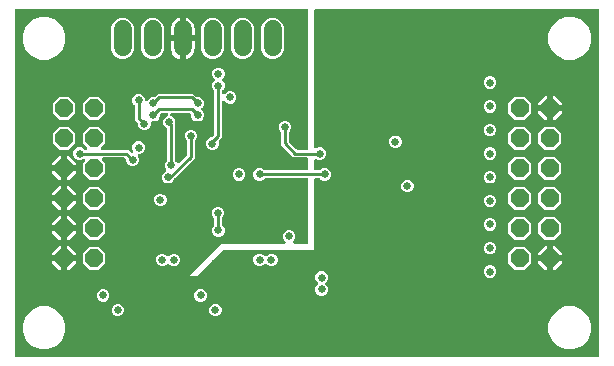
<source format=gbr>
G04 EAGLE Gerber RS-274X export*
G75*
%MOMM*%
%FSLAX34Y34*%
%LPD*%
%INBottom Copper*%
%IPPOS*%
%AMOC8*
5,1,8,0,0,1.08239X$1,22.5*%
G01*
%ADD10P,1.649562X8X292.500000*%
%ADD11P,1.649562X8X112.500000*%
%ADD12C,1.524000*%
%ADD13C,0.654800*%
%ADD14C,0.250000*%

G36*
X178017Y88751D02*
X178017Y88751D01*
X230728Y88751D01*
X230869Y88769D01*
X231010Y88783D01*
X231025Y88789D01*
X231041Y88791D01*
X231173Y88843D01*
X231306Y88892D01*
X231319Y88902D01*
X231334Y88908D01*
X231449Y88991D01*
X231565Y89072D01*
X231576Y89085D01*
X231589Y89094D01*
X231678Y89204D01*
X231771Y89312D01*
X231778Y89326D01*
X231788Y89339D01*
X231848Y89468D01*
X231910Y89595D01*
X231913Y89611D01*
X231920Y89625D01*
X231945Y89765D01*
X231974Y89904D01*
X231973Y89920D01*
X231976Y89936D01*
X231965Y90077D01*
X231958Y90219D01*
X231954Y90234D01*
X231952Y90250D01*
X231906Y90385D01*
X231864Y90520D01*
X231857Y90531D01*
X231851Y90549D01*
X231677Y90813D01*
X231633Y90853D01*
X231612Y90883D01*
X230501Y91994D01*
X229693Y93944D01*
X229693Y96056D01*
X230501Y98006D01*
X231994Y99499D01*
X233944Y100307D01*
X236056Y100307D01*
X238006Y99499D01*
X239499Y98006D01*
X240307Y96056D01*
X240307Y93944D01*
X239499Y91994D01*
X238388Y90883D01*
X238302Y90771D01*
X238212Y90661D01*
X238205Y90647D01*
X238195Y90634D01*
X238139Y90504D01*
X238080Y90375D01*
X238077Y90359D01*
X238071Y90344D01*
X238049Y90203D01*
X238024Y90064D01*
X238025Y90048D01*
X238023Y90032D01*
X238037Y89890D01*
X238048Y89750D01*
X238053Y89734D01*
X238054Y89718D01*
X238104Y89586D01*
X238149Y89451D01*
X238158Y89437D01*
X238164Y89422D01*
X238244Y89307D01*
X238323Y89187D01*
X238335Y89176D01*
X238344Y89163D01*
X238451Y89071D01*
X238557Y88976D01*
X238571Y88968D01*
X238583Y88958D01*
X238711Y88895D01*
X238836Y88829D01*
X238849Y88827D01*
X238866Y88818D01*
X239175Y88754D01*
X239235Y88757D01*
X239272Y88751D01*
X250000Y88751D01*
X250125Y88767D01*
X250250Y88776D01*
X250281Y88787D01*
X250313Y88791D01*
X250430Y88837D01*
X250549Y88878D01*
X250576Y88896D01*
X250606Y88908D01*
X250707Y88982D01*
X250813Y89051D01*
X250834Y89075D01*
X250860Y89094D01*
X250940Y89192D01*
X251024Y89285D01*
X251039Y89314D01*
X251060Y89339D01*
X251113Y89453D01*
X251171Y89565D01*
X251175Y89590D01*
X251192Y89625D01*
X251248Y89936D01*
X251245Y89975D01*
X251249Y90000D01*
X251249Y142968D01*
X251233Y143093D01*
X251224Y143218D01*
X251213Y143249D01*
X251209Y143281D01*
X251163Y143398D01*
X251122Y143517D01*
X251104Y143544D01*
X251092Y143574D01*
X251018Y143675D01*
X250949Y143781D01*
X250925Y143802D01*
X250906Y143828D01*
X250808Y143908D01*
X250715Y143992D01*
X250686Y144007D01*
X250661Y144028D01*
X250547Y144081D01*
X250436Y144139D01*
X250410Y144143D01*
X250375Y144160D01*
X250064Y144216D01*
X250025Y144213D01*
X250000Y144217D01*
X214740Y144217D01*
X214631Y144203D01*
X214521Y144198D01*
X214475Y144184D01*
X214427Y144177D01*
X214324Y144137D01*
X214220Y144104D01*
X214189Y144082D01*
X214134Y144060D01*
X213879Y143874D01*
X213867Y143859D01*
X213856Y143851D01*
X213006Y143001D01*
X211056Y142193D01*
X208944Y142193D01*
X206994Y143001D01*
X205501Y144494D01*
X204693Y146444D01*
X204693Y148556D01*
X205501Y150506D01*
X206994Y151999D01*
X208944Y152807D01*
X211056Y152807D01*
X213006Y151999D01*
X213856Y151149D01*
X213943Y151081D01*
X214025Y151008D01*
X214067Y150985D01*
X214106Y150955D01*
X214207Y150912D01*
X214304Y150861D01*
X214341Y150854D01*
X214396Y150831D01*
X214707Y150783D01*
X214727Y150785D01*
X214740Y150783D01*
X250000Y150783D01*
X250125Y150799D01*
X250250Y150808D01*
X250281Y150819D01*
X250313Y150823D01*
X250430Y150869D01*
X250549Y150910D01*
X250576Y150928D01*
X250606Y150940D01*
X250707Y151014D01*
X250813Y151083D01*
X250834Y151107D01*
X250860Y151126D01*
X250940Y151224D01*
X251024Y151317D01*
X251039Y151346D01*
X251060Y151371D01*
X251113Y151485D01*
X251171Y151596D01*
X251175Y151622D01*
X251192Y151657D01*
X251248Y151968D01*
X251245Y152007D01*
X251249Y152032D01*
X251249Y160468D01*
X251233Y160593D01*
X251224Y160718D01*
X251213Y160749D01*
X251209Y160781D01*
X251163Y160898D01*
X251122Y161017D01*
X251104Y161044D01*
X251092Y161074D01*
X251018Y161175D01*
X250949Y161281D01*
X250925Y161302D01*
X250906Y161328D01*
X250808Y161408D01*
X250715Y161492D01*
X250686Y161507D01*
X250661Y161528D01*
X250547Y161581D01*
X250436Y161639D01*
X250410Y161643D01*
X250375Y161660D01*
X250064Y161716D01*
X250025Y161713D01*
X250000Y161717D01*
X238640Y161717D01*
X228137Y172220D01*
X228137Y182760D01*
X228123Y182869D01*
X228118Y182979D01*
X228104Y183025D01*
X228097Y183073D01*
X228057Y183176D01*
X228024Y183280D01*
X228002Y183311D01*
X227980Y183366D01*
X227794Y183621D01*
X227779Y183633D01*
X227771Y183644D01*
X226921Y184494D01*
X226113Y186444D01*
X226113Y188556D01*
X226921Y190506D01*
X228414Y191999D01*
X230364Y192807D01*
X232476Y192807D01*
X234426Y191999D01*
X235919Y190506D01*
X236727Y188556D01*
X236727Y186444D01*
X235919Y184494D01*
X235069Y183644D01*
X235001Y183557D01*
X234928Y183475D01*
X234905Y183433D01*
X234875Y183394D01*
X234832Y183293D01*
X234781Y183196D01*
X234774Y183159D01*
X234751Y183104D01*
X234703Y182793D01*
X234705Y182773D01*
X234703Y182760D01*
X234703Y175457D01*
X234717Y175348D01*
X234722Y175238D01*
X234736Y175192D01*
X234743Y175144D01*
X234783Y175042D01*
X234816Y174937D01*
X234838Y174906D01*
X234860Y174851D01*
X235046Y174597D01*
X235061Y174585D01*
X235069Y174574D01*
X240994Y168649D01*
X241081Y168581D01*
X241162Y168508D01*
X241205Y168485D01*
X241243Y168455D01*
X241344Y168412D01*
X241442Y168361D01*
X241479Y168354D01*
X241533Y168331D01*
X241845Y168283D01*
X241864Y168285D01*
X241877Y168283D01*
X250000Y168283D01*
X250125Y168299D01*
X250250Y168308D01*
X250281Y168319D01*
X250313Y168323D01*
X250430Y168369D01*
X250549Y168410D01*
X250576Y168428D01*
X250606Y168440D01*
X250707Y168514D01*
X250813Y168583D01*
X250834Y168607D01*
X250860Y168626D01*
X250940Y168724D01*
X251024Y168817D01*
X251039Y168846D01*
X251060Y168871D01*
X251113Y168985D01*
X251171Y169096D01*
X251175Y169122D01*
X251192Y169157D01*
X251248Y169468D01*
X251245Y169507D01*
X251249Y169532D01*
X251249Y286210D01*
X251233Y286335D01*
X251224Y286460D01*
X251213Y286491D01*
X251209Y286523D01*
X251163Y286640D01*
X251122Y286759D01*
X251104Y286786D01*
X251092Y286816D01*
X251018Y286917D01*
X250949Y287023D01*
X250925Y287044D01*
X250906Y287070D01*
X250808Y287150D01*
X250715Y287234D01*
X250686Y287249D01*
X250661Y287270D01*
X250547Y287323D01*
X250436Y287381D01*
X250410Y287385D01*
X250375Y287402D01*
X250064Y287458D01*
X250025Y287455D01*
X250000Y287459D01*
X3790Y287459D01*
X3665Y287443D01*
X3540Y287434D01*
X3509Y287423D01*
X3477Y287419D01*
X3360Y287373D01*
X3241Y287332D01*
X3214Y287314D01*
X3184Y287302D01*
X3083Y287228D01*
X2977Y287159D01*
X2956Y287135D01*
X2930Y287116D01*
X2850Y287018D01*
X2766Y286925D01*
X2751Y286896D01*
X2730Y286871D01*
X2677Y286757D01*
X2619Y286646D01*
X2615Y286620D01*
X2598Y286585D01*
X2542Y286274D01*
X2545Y286235D01*
X2541Y286210D01*
X2541Y-6210D01*
X2557Y-6335D01*
X2566Y-6460D01*
X2577Y-6491D01*
X2581Y-6523D01*
X2627Y-6640D01*
X2668Y-6759D01*
X2686Y-6786D01*
X2698Y-6816D01*
X2772Y-6917D01*
X2841Y-7023D01*
X2865Y-7044D01*
X2884Y-7070D01*
X2982Y-7150D01*
X3075Y-7234D01*
X3104Y-7249D01*
X3129Y-7270D01*
X3243Y-7323D01*
X3354Y-7381D01*
X3380Y-7385D01*
X3415Y-7402D01*
X3726Y-7458D01*
X3765Y-7455D01*
X3790Y-7459D01*
X496210Y-7459D01*
X496335Y-7443D01*
X496460Y-7434D01*
X496491Y-7423D01*
X496523Y-7419D01*
X496640Y-7373D01*
X496759Y-7332D01*
X496786Y-7314D01*
X496816Y-7302D01*
X496917Y-7228D01*
X497023Y-7159D01*
X497044Y-7135D01*
X497070Y-7116D01*
X497150Y-7018D01*
X497234Y-6925D01*
X497249Y-6896D01*
X497270Y-6871D01*
X497323Y-6757D01*
X497381Y-6646D01*
X497385Y-6620D01*
X497402Y-6585D01*
X497458Y-6274D01*
X497455Y-6235D01*
X497459Y-6210D01*
X497459Y286210D01*
X497443Y286335D01*
X497434Y286460D01*
X497423Y286491D01*
X497419Y286523D01*
X497373Y286640D01*
X497332Y286759D01*
X497314Y286786D01*
X497302Y286816D01*
X497228Y286917D01*
X497159Y287023D01*
X497135Y287044D01*
X497116Y287070D01*
X497018Y287150D01*
X496925Y287234D01*
X496896Y287249D01*
X496871Y287270D01*
X496757Y287323D01*
X496646Y287381D01*
X496620Y287385D01*
X496585Y287402D01*
X496274Y287458D01*
X496235Y287455D01*
X496210Y287459D01*
X257500Y287459D01*
X257375Y287443D01*
X257250Y287434D01*
X257219Y287423D01*
X257187Y287419D01*
X257070Y287373D01*
X256951Y287332D01*
X256924Y287314D01*
X256894Y287302D01*
X256793Y287228D01*
X256687Y287159D01*
X256666Y287135D01*
X256640Y287116D01*
X256560Y287018D01*
X256476Y286925D01*
X256461Y286896D01*
X256440Y286871D01*
X256387Y286757D01*
X256329Y286646D01*
X256325Y286620D01*
X256308Y286585D01*
X256252Y286274D01*
X256255Y286235D01*
X256251Y286210D01*
X256251Y170670D01*
X256258Y170615D01*
X256256Y170560D01*
X256278Y170459D01*
X256291Y170357D01*
X256311Y170305D01*
X256323Y170251D01*
X256369Y170160D01*
X256408Y170064D01*
X256440Y170019D01*
X256465Y169970D01*
X256533Y169893D01*
X256594Y169809D01*
X256637Y169774D01*
X256673Y169733D01*
X256759Y169675D01*
X256839Y169610D01*
X256889Y169587D01*
X256934Y169556D01*
X257031Y169521D01*
X257125Y169478D01*
X257180Y169468D01*
X257232Y169450D01*
X257334Y169440D01*
X257436Y169422D01*
X257491Y169426D01*
X257546Y169421D01*
X257609Y169435D01*
X257750Y169446D01*
X257914Y169502D01*
X257978Y169515D01*
X259888Y170307D01*
X262000Y170307D01*
X263950Y169499D01*
X265443Y168006D01*
X266251Y166056D01*
X266251Y163944D01*
X265443Y161994D01*
X263950Y160501D01*
X262000Y159693D01*
X259888Y159693D01*
X257978Y160485D01*
X257925Y160499D01*
X257875Y160522D01*
X257773Y160540D01*
X257674Y160568D01*
X257618Y160568D01*
X257564Y160578D01*
X257461Y160570D01*
X257358Y160572D01*
X257305Y160558D01*
X257250Y160554D01*
X257152Y160521D01*
X257052Y160496D01*
X257003Y160470D01*
X256951Y160453D01*
X256865Y160396D01*
X256774Y160347D01*
X256734Y160310D01*
X256687Y160279D01*
X256618Y160203D01*
X256542Y160133D01*
X256513Y160086D01*
X256476Y160045D01*
X256428Y159954D01*
X256372Y159867D01*
X256355Y159815D01*
X256329Y159766D01*
X256318Y159702D01*
X256273Y159567D01*
X256262Y159395D01*
X256251Y159330D01*
X256251Y152032D01*
X256267Y151907D01*
X256276Y151782D01*
X256287Y151751D01*
X256291Y151719D01*
X256337Y151602D01*
X256378Y151483D01*
X256396Y151456D01*
X256408Y151426D01*
X256482Y151325D01*
X256551Y151219D01*
X256575Y151198D01*
X256594Y151172D01*
X256692Y151092D01*
X256785Y151008D01*
X256814Y150993D01*
X256839Y150972D01*
X256953Y150919D01*
X257065Y150861D01*
X257090Y150857D01*
X257125Y150840D01*
X257436Y150784D01*
X257475Y150787D01*
X257500Y150783D01*
X260260Y150783D01*
X260369Y150797D01*
X260479Y150802D01*
X260525Y150816D01*
X260573Y150823D01*
X260676Y150863D01*
X260780Y150896D01*
X260811Y150918D01*
X260866Y150940D01*
X261121Y151126D01*
X261133Y151141D01*
X261144Y151149D01*
X261994Y151999D01*
X263944Y152807D01*
X266056Y152807D01*
X268006Y151999D01*
X269499Y150506D01*
X270307Y148556D01*
X270307Y146444D01*
X269499Y144494D01*
X268006Y143001D01*
X266056Y142193D01*
X263944Y142193D01*
X261994Y143001D01*
X261144Y143851D01*
X261057Y143919D01*
X260975Y143992D01*
X260933Y144015D01*
X260894Y144045D01*
X260793Y144088D01*
X260696Y144139D01*
X260659Y144146D01*
X260604Y144169D01*
X260293Y144217D01*
X260273Y144215D01*
X260260Y144217D01*
X257500Y144217D01*
X257375Y144201D01*
X257250Y144192D01*
X257219Y144181D01*
X257187Y144177D01*
X257070Y144131D01*
X256951Y144090D01*
X256924Y144072D01*
X256894Y144060D01*
X256793Y143986D01*
X256687Y143917D01*
X256666Y143893D01*
X256640Y143874D01*
X256560Y143776D01*
X256476Y143683D01*
X256461Y143654D01*
X256440Y143629D01*
X256387Y143515D01*
X256329Y143404D01*
X256325Y143378D01*
X256308Y143343D01*
X256252Y143032D01*
X256255Y142993D01*
X256251Y142968D01*
X256251Y83749D01*
X180000Y83749D01*
X179891Y83735D01*
X179781Y83730D01*
X179735Y83716D01*
X179687Y83709D01*
X179585Y83669D01*
X179480Y83636D01*
X179449Y83614D01*
X179394Y83592D01*
X179140Y83406D01*
X179132Y83397D01*
X179126Y83393D01*
X179122Y83387D01*
X179117Y83383D01*
X156983Y61249D01*
X151249Y61249D01*
X151249Y61983D01*
X178017Y88751D01*
G37*
%LPC*%
G36*
X131444Y139693D02*
X131444Y139693D01*
X129494Y140501D01*
X128001Y141994D01*
X127193Y143944D01*
X127193Y146056D01*
X128001Y148006D01*
X129494Y149499D01*
X130243Y149809D01*
X130291Y149837D01*
X130343Y149856D01*
X130428Y149915D01*
X130517Y149966D01*
X130557Y150004D01*
X130602Y150036D01*
X130669Y150114D01*
X130743Y150186D01*
X130772Y150233D01*
X130808Y150275D01*
X130853Y150368D01*
X130907Y150456D01*
X130922Y150509D01*
X130947Y150558D01*
X130968Y150659D01*
X130997Y150758D01*
X131000Y150813D01*
X131011Y150867D01*
X131006Y150970D01*
X131010Y151073D01*
X130998Y151127D01*
X130995Y151182D01*
X130964Y151281D01*
X130942Y151381D01*
X130917Y151431D01*
X130901Y151483D01*
X130864Y151537D01*
X130800Y151663D01*
X130686Y151793D01*
X130648Y151847D01*
X130493Y152002D01*
X129685Y153952D01*
X129685Y156063D01*
X130493Y158014D01*
X131344Y158864D01*
X131411Y158951D01*
X131485Y159032D01*
X131507Y159075D01*
X131537Y159113D01*
X131580Y159215D01*
X131631Y159312D01*
X131638Y159349D01*
X131661Y159403D01*
X131709Y159715D01*
X131707Y159734D01*
X131709Y159747D01*
X131709Y185812D01*
X131705Y185851D01*
X131707Y185890D01*
X131685Y186007D01*
X131670Y186125D01*
X131655Y186161D01*
X131648Y186200D01*
X131597Y186307D01*
X131553Y186418D01*
X131530Y186450D01*
X131513Y186485D01*
X131436Y186576D01*
X131366Y186672D01*
X131336Y186697D01*
X131311Y186727D01*
X131256Y186763D01*
X131122Y186872D01*
X130993Y186931D01*
X130938Y186966D01*
X130438Y187173D01*
X128945Y188666D01*
X128137Y190617D01*
X128137Y192728D01*
X128945Y194678D01*
X130438Y196171D01*
X131990Y196814D01*
X132051Y196849D01*
X132118Y196876D01*
X132188Y196927D01*
X132264Y196970D01*
X132315Y197020D01*
X132372Y197062D01*
X132427Y197130D01*
X132489Y197191D01*
X132526Y197251D01*
X132571Y197307D01*
X132608Y197386D01*
X132653Y197460D01*
X132673Y197529D01*
X132703Y197593D01*
X132719Y197679D01*
X132744Y197763D01*
X132747Y197834D01*
X132759Y197904D01*
X132753Y197991D01*
X132756Y198078D01*
X132741Y198147D01*
X132735Y198218D01*
X132707Y198301D01*
X132689Y198386D01*
X132657Y198450D01*
X132634Y198517D01*
X132586Y198590D01*
X132546Y198668D01*
X132499Y198721D01*
X132460Y198781D01*
X132396Y198839D01*
X132338Y198905D01*
X132279Y198945D01*
X132227Y198992D01*
X132149Y199033D01*
X132077Y199082D01*
X132010Y199106D01*
X131947Y199139D01*
X131888Y199150D01*
X131780Y199188D01*
X131567Y199207D01*
X131512Y199217D01*
X126877Y199217D01*
X126768Y199203D01*
X126658Y199198D01*
X126612Y199184D01*
X126564Y199177D01*
X126462Y199137D01*
X126357Y199104D01*
X126326Y199082D01*
X126271Y199060D01*
X126017Y198874D01*
X126005Y198859D01*
X125994Y198851D01*
X125673Y198530D01*
X125605Y198443D01*
X125532Y198362D01*
X125509Y198319D01*
X125479Y198281D01*
X125436Y198180D01*
X125385Y198082D01*
X125378Y198045D01*
X125355Y197991D01*
X125307Y197679D01*
X125309Y197660D01*
X125307Y197647D01*
X125307Y196444D01*
X124499Y194494D01*
X123006Y193001D01*
X121056Y192193D01*
X119056Y192193D01*
X118931Y192177D01*
X118806Y192168D01*
X118775Y192157D01*
X118743Y192153D01*
X118626Y192107D01*
X118507Y192066D01*
X118480Y192048D01*
X118450Y192036D01*
X118349Y191962D01*
X118243Y191893D01*
X118222Y191869D01*
X118196Y191850D01*
X118116Y191752D01*
X118032Y191659D01*
X118017Y191630D01*
X117996Y191605D01*
X117943Y191491D01*
X117885Y191380D01*
X117881Y191354D01*
X117864Y191319D01*
X117808Y191008D01*
X117811Y190969D01*
X117807Y190944D01*
X117807Y188944D01*
X116999Y186994D01*
X115506Y185501D01*
X113556Y184693D01*
X111444Y184693D01*
X109494Y185501D01*
X108001Y186994D01*
X107193Y188944D01*
X107193Y190147D01*
X107179Y190256D01*
X107174Y190366D01*
X107160Y190412D01*
X107153Y190460D01*
X107113Y190562D01*
X107080Y190667D01*
X107058Y190698D01*
X107036Y190753D01*
X106850Y191007D01*
X106835Y191019D01*
X106827Y191030D01*
X104217Y193640D01*
X104217Y205260D01*
X104203Y205369D01*
X104198Y205479D01*
X104184Y205525D01*
X104177Y205573D01*
X104137Y205676D01*
X104104Y205780D01*
X104082Y205811D01*
X104060Y205866D01*
X103874Y206121D01*
X103859Y206133D01*
X103851Y206144D01*
X103001Y206994D01*
X102193Y208944D01*
X102193Y211056D01*
X103001Y213006D01*
X104494Y214499D01*
X106444Y215307D01*
X108556Y215307D01*
X110506Y214499D01*
X111999Y213006D01*
X112807Y211056D01*
X112807Y210281D01*
X112816Y210211D01*
X112815Y210140D01*
X112836Y210055D01*
X112847Y209968D01*
X112873Y209902D01*
X112890Y209833D01*
X112931Y209756D01*
X112964Y209675D01*
X113006Y209618D01*
X113039Y209555D01*
X113099Y209491D01*
X113150Y209421D01*
X113205Y209376D01*
X113254Y209324D01*
X113327Y209277D01*
X113395Y209222D01*
X113459Y209192D01*
X113519Y209153D01*
X113602Y209126D01*
X113681Y209090D01*
X113751Y209077D01*
X113819Y209055D01*
X113906Y209049D01*
X113992Y209034D01*
X114063Y209039D01*
X114134Y209035D01*
X114219Y209051D01*
X114306Y209058D01*
X114374Y209081D01*
X114444Y209094D01*
X114522Y209131D01*
X114605Y209159D01*
X114665Y209198D01*
X114729Y209229D01*
X114796Y209285D01*
X114869Y209333D01*
X114917Y209386D01*
X114971Y209431D01*
X115004Y209482D01*
X115080Y209566D01*
X115180Y209756D01*
X115210Y209803D01*
X115501Y210506D01*
X116994Y211999D01*
X118944Y212807D01*
X120147Y212807D01*
X120256Y212821D01*
X120366Y212826D01*
X120412Y212840D01*
X120460Y212847D01*
X120562Y212887D01*
X120667Y212920D01*
X120698Y212942D01*
X120753Y212964D01*
X121007Y213150D01*
X121019Y213165D01*
X121030Y213173D01*
X123640Y215783D01*
X153860Y215783D01*
X156470Y213173D01*
X156557Y213105D01*
X156638Y213032D01*
X156681Y213009D01*
X156719Y212979D01*
X156820Y212936D01*
X156918Y212885D01*
X156955Y212878D01*
X157009Y212855D01*
X157321Y212807D01*
X157340Y212809D01*
X157353Y212807D01*
X158556Y212807D01*
X160506Y211999D01*
X161999Y210506D01*
X162807Y208556D01*
X162807Y206444D01*
X161999Y204494D01*
X160888Y203383D01*
X160811Y203284D01*
X160729Y203188D01*
X160715Y203159D01*
X160695Y203134D01*
X160645Y203018D01*
X160590Y202905D01*
X160583Y202874D01*
X160571Y202844D01*
X160551Y202719D01*
X160526Y202596D01*
X160528Y202564D01*
X160523Y202532D01*
X160535Y202407D01*
X160542Y202281D01*
X160551Y202250D01*
X160554Y202218D01*
X160598Y202100D01*
X160636Y201980D01*
X160650Y201959D01*
X160664Y201922D01*
X160844Y201663D01*
X160873Y201638D01*
X160888Y201617D01*
X161999Y200506D01*
X162807Y198556D01*
X162807Y196444D01*
X161999Y194494D01*
X160506Y193001D01*
X158556Y192193D01*
X156444Y192193D01*
X154494Y193001D01*
X153001Y194494D01*
X152193Y196444D01*
X152193Y197647D01*
X152179Y197756D01*
X152174Y197866D01*
X152160Y197912D01*
X152153Y197960D01*
X152113Y198062D01*
X152080Y198167D01*
X152058Y198198D01*
X152036Y198253D01*
X151850Y198507D01*
X151835Y198519D01*
X151827Y198530D01*
X151506Y198851D01*
X151419Y198919D01*
X151338Y198992D01*
X151295Y199015D01*
X151257Y199045D01*
X151156Y199088D01*
X151058Y199139D01*
X151021Y199146D01*
X150967Y199169D01*
X150655Y199217D01*
X150636Y199215D01*
X150623Y199217D01*
X135376Y199217D01*
X135306Y199208D01*
X135235Y199209D01*
X135150Y199188D01*
X135063Y199177D01*
X134997Y199151D01*
X134928Y199134D01*
X134851Y199093D01*
X134770Y199060D01*
X134713Y199018D01*
X134650Y198985D01*
X134586Y198925D01*
X134516Y198874D01*
X134471Y198819D01*
X134419Y198770D01*
X134372Y198697D01*
X134316Y198629D01*
X134287Y198565D01*
X134248Y198505D01*
X134221Y198422D01*
X134185Y198343D01*
X134172Y198273D01*
X134150Y198205D01*
X134144Y198118D01*
X134129Y198032D01*
X134134Y197961D01*
X134130Y197890D01*
X134146Y197805D01*
X134152Y197718D01*
X134175Y197650D01*
X134189Y197580D01*
X134226Y197502D01*
X134254Y197419D01*
X134293Y197359D01*
X134324Y197295D01*
X134380Y197228D01*
X134428Y197155D01*
X134480Y197108D01*
X134526Y197053D01*
X134577Y197020D01*
X134661Y196944D01*
X134851Y196844D01*
X134898Y196814D01*
X136450Y196171D01*
X137943Y194678D01*
X138751Y192728D01*
X138751Y190617D01*
X138370Y189698D01*
X138364Y189676D01*
X138353Y189655D01*
X138343Y189600D01*
X138287Y189393D01*
X138286Y189279D01*
X138275Y189220D01*
X138275Y159747D01*
X138289Y159638D01*
X138294Y159529D01*
X138309Y159482D01*
X138315Y159434D01*
X138356Y159332D01*
X138388Y159227D01*
X138410Y159197D01*
X138432Y159141D01*
X138618Y158887D01*
X138633Y158875D01*
X138641Y158864D01*
X139491Y158014D01*
X139694Y157523D01*
X139722Y157475D01*
X139741Y157424D01*
X139800Y157339D01*
X139851Y157249D01*
X139889Y157210D01*
X139921Y157165D01*
X139999Y157097D01*
X140071Y157024D01*
X140118Y156995D01*
X140160Y156959D01*
X140252Y156913D01*
X140341Y156860D01*
X140394Y156844D01*
X140443Y156820D01*
X140544Y156799D01*
X140643Y156769D01*
X140698Y156767D01*
X140752Y156756D01*
X140855Y156761D01*
X140958Y156757D01*
X141012Y156769D01*
X141067Y156771D01*
X141166Y156802D01*
X141266Y156824D01*
X141316Y156849D01*
X141368Y156866D01*
X141422Y156903D01*
X141548Y156966D01*
X141678Y157081D01*
X141732Y157118D01*
X148107Y163494D01*
X148175Y163581D01*
X148249Y163662D01*
X148271Y163705D01*
X148301Y163743D01*
X148344Y163844D01*
X148395Y163942D01*
X148402Y163979D01*
X148425Y164033D01*
X148473Y164345D01*
X148471Y164364D01*
X148473Y164377D01*
X148473Y175260D01*
X148459Y175369D01*
X148454Y175479D01*
X148440Y175525D01*
X148433Y175573D01*
X148393Y175676D01*
X148360Y175780D01*
X148339Y175811D01*
X148317Y175866D01*
X148130Y176121D01*
X148115Y176133D01*
X148107Y176144D01*
X147257Y176994D01*
X146449Y178944D01*
X146449Y181056D01*
X147257Y183006D01*
X148750Y184499D01*
X150700Y185307D01*
X152812Y185307D01*
X154762Y184499D01*
X156255Y183006D01*
X157063Y181056D01*
X157063Y178944D01*
X156255Y176994D01*
X155405Y176144D01*
X155337Y176057D01*
X155264Y175975D01*
X155241Y175933D01*
X155212Y175894D01*
X155168Y175793D01*
X155117Y175696D01*
X155111Y175659D01*
X155087Y175604D01*
X155039Y175293D01*
X155041Y175273D01*
X155039Y175260D01*
X155039Y161140D01*
X152750Y158851D01*
X137957Y144058D01*
X137943Y144040D01*
X137925Y144025D01*
X137895Y143978D01*
X137764Y143809D01*
X137718Y143704D01*
X137686Y143653D01*
X136999Y141994D01*
X135506Y140501D01*
X133556Y139693D01*
X131444Y139693D01*
G37*
%LPD*%
%LPC*%
G36*
X65752Y143047D02*
X65752Y143047D01*
X60097Y148702D01*
X60097Y156698D01*
X61859Y158460D01*
X61903Y158516D01*
X61954Y158566D01*
X61999Y158641D01*
X62052Y158710D01*
X62081Y158775D01*
X62117Y158836D01*
X62143Y158920D01*
X62177Y159000D01*
X62188Y159070D01*
X62208Y159138D01*
X62212Y159225D01*
X62225Y159312D01*
X62218Y159382D01*
X62220Y159454D01*
X62202Y159539D01*
X62193Y159625D01*
X62168Y159692D01*
X62153Y159762D01*
X62114Y159840D01*
X62084Y159921D01*
X62043Y159980D01*
X62011Y160043D01*
X61953Y160109D01*
X61904Y160180D01*
X61849Y160227D01*
X61803Y160280D01*
X61730Y160329D01*
X61664Y160386D01*
X61600Y160418D01*
X61542Y160458D01*
X61459Y160487D01*
X61381Y160525D01*
X61312Y160540D01*
X61244Y160564D01*
X61158Y160572D01*
X61072Y160589D01*
X61001Y160586D01*
X60930Y160592D01*
X60871Y160579D01*
X60757Y160574D01*
X60553Y160510D01*
X60498Y160498D01*
X58556Y159693D01*
X56444Y159693D01*
X54494Y160501D01*
X53001Y161994D01*
X52193Y163944D01*
X52193Y166056D01*
X53001Y168006D01*
X54494Y169499D01*
X56444Y170307D01*
X58556Y170307D01*
X60506Y169499D01*
X61356Y168649D01*
X61443Y168581D01*
X61525Y168508D01*
X61567Y168485D01*
X61606Y168455D01*
X61707Y168412D01*
X61804Y168361D01*
X61841Y168354D01*
X61896Y168331D01*
X62207Y168283D01*
X62227Y168285D01*
X62240Y168283D01*
X62900Y168283D01*
X63041Y168301D01*
X63182Y168315D01*
X63197Y168321D01*
X63213Y168323D01*
X63345Y168375D01*
X63478Y168424D01*
X63491Y168434D01*
X63506Y168440D01*
X63621Y168524D01*
X63737Y168604D01*
X63748Y168617D01*
X63761Y168626D01*
X63851Y168736D01*
X63943Y168844D01*
X63950Y168858D01*
X63960Y168871D01*
X64020Y169000D01*
X64082Y169127D01*
X64085Y169143D01*
X64092Y169157D01*
X64117Y169297D01*
X64146Y169436D01*
X64145Y169452D01*
X64148Y169468D01*
X64137Y169609D01*
X64130Y169751D01*
X64125Y169766D01*
X64124Y169782D01*
X64078Y169917D01*
X64036Y170052D01*
X64029Y170063D01*
X64022Y170081D01*
X63849Y170345D01*
X63805Y170385D01*
X63784Y170415D01*
X60097Y174102D01*
X60097Y182098D01*
X65752Y187753D01*
X73748Y187753D01*
X79403Y182098D01*
X79403Y174102D01*
X75716Y170415D01*
X75630Y170303D01*
X75540Y170193D01*
X75533Y170179D01*
X75523Y170166D01*
X75467Y170035D01*
X75408Y169907D01*
X75405Y169891D01*
X75399Y169876D01*
X75377Y169735D01*
X75352Y169596D01*
X75353Y169580D01*
X75351Y169564D01*
X75365Y169422D01*
X75376Y169282D01*
X75381Y169266D01*
X75383Y169250D01*
X75432Y169117D01*
X75478Y168983D01*
X75486Y168969D01*
X75492Y168954D01*
X75573Y168838D01*
X75651Y168719D01*
X75663Y168708D01*
X75672Y168695D01*
X75779Y168603D01*
X75885Y168508D01*
X75899Y168500D01*
X75911Y168490D01*
X76038Y168427D01*
X76164Y168361D01*
X76177Y168359D01*
X76194Y168350D01*
X76503Y168286D01*
X76563Y168289D01*
X76600Y168283D01*
X98554Y168283D01*
X100794Y166043D01*
X100850Y165999D01*
X100900Y165948D01*
X100974Y165903D01*
X101043Y165850D01*
X101109Y165821D01*
X101170Y165785D01*
X101253Y165759D01*
X101333Y165725D01*
X101404Y165714D01*
X101472Y165694D01*
X101559Y165690D01*
X101645Y165677D01*
X101716Y165684D01*
X101787Y165682D01*
X101872Y165700D01*
X101959Y165709D01*
X102026Y165734D01*
X102095Y165749D01*
X102173Y165788D01*
X102255Y165818D01*
X102313Y165859D01*
X102377Y165891D01*
X102442Y165949D01*
X102514Y165998D01*
X102560Y166052D01*
X102614Y166099D01*
X102663Y166172D01*
X102720Y166238D01*
X102751Y166301D01*
X102791Y166360D01*
X102820Y166443D01*
X102859Y166521D01*
X102873Y166590D01*
X102897Y166658D01*
X102905Y166744D01*
X102923Y166830D01*
X102919Y166901D01*
X102926Y166972D01*
X102913Y167030D01*
X102907Y167145D01*
X102843Y167349D01*
X102831Y167404D01*
X102193Y168944D01*
X102193Y171056D01*
X103001Y173006D01*
X104494Y174499D01*
X106444Y175307D01*
X108556Y175307D01*
X110506Y174499D01*
X111999Y173006D01*
X112807Y171056D01*
X112807Y168944D01*
X111999Y166994D01*
X110506Y165501D01*
X108556Y164693D01*
X108022Y164693D01*
X107881Y164675D01*
X107739Y164661D01*
X107724Y164655D01*
X107709Y164653D01*
X107576Y164601D01*
X107443Y164551D01*
X107430Y164542D01*
X107416Y164536D01*
X107301Y164452D01*
X107184Y164371D01*
X107174Y164359D01*
X107161Y164350D01*
X107071Y164240D01*
X106979Y164132D01*
X106972Y164118D01*
X106962Y164105D01*
X106902Y163976D01*
X106840Y163849D01*
X106836Y163833D01*
X106830Y163819D01*
X106805Y163679D01*
X106776Y163540D01*
X106777Y163524D01*
X106774Y163508D01*
X106785Y163366D01*
X106792Y163225D01*
X106796Y163210D01*
X106798Y163194D01*
X106844Y163059D01*
X106886Y162924D01*
X106893Y162913D01*
X106899Y162895D01*
X106950Y162818D01*
X107807Y160750D01*
X107807Y158638D01*
X106999Y156688D01*
X105506Y155195D01*
X103556Y154387D01*
X101444Y154387D01*
X99494Y155195D01*
X98001Y156688D01*
X97193Y158638D01*
X97193Y159841D01*
X97179Y159950D01*
X97174Y160060D01*
X97160Y160106D01*
X97153Y160154D01*
X97113Y160256D01*
X97080Y160361D01*
X97058Y160392D01*
X97036Y160447D01*
X96850Y160701D01*
X96835Y160713D01*
X96827Y160724D01*
X96200Y161351D01*
X96113Y161419D01*
X96032Y161492D01*
X95989Y161515D01*
X95951Y161545D01*
X95850Y161588D01*
X95752Y161639D01*
X95715Y161646D01*
X95661Y161669D01*
X95349Y161717D01*
X95330Y161715D01*
X95317Y161717D01*
X77400Y161717D01*
X77259Y161699D01*
X77118Y161685D01*
X77103Y161679D01*
X77087Y161677D01*
X76955Y161625D01*
X76822Y161576D01*
X76809Y161566D01*
X76794Y161560D01*
X76679Y161476D01*
X76563Y161396D01*
X76552Y161383D01*
X76539Y161374D01*
X76449Y161264D01*
X76357Y161156D01*
X76350Y161142D01*
X76340Y161129D01*
X76280Y161000D01*
X76218Y160873D01*
X76215Y160857D01*
X76208Y160843D01*
X76183Y160703D01*
X76154Y160564D01*
X76155Y160548D01*
X76152Y160532D01*
X76163Y160391D01*
X76170Y160249D01*
X76175Y160234D01*
X76176Y160218D01*
X76222Y160083D01*
X76264Y159948D01*
X76271Y159937D01*
X76278Y159919D01*
X76451Y159655D01*
X76495Y159615D01*
X76516Y159585D01*
X79403Y156698D01*
X79403Y148702D01*
X73748Y143047D01*
X65752Y143047D01*
G37*
%LPD*%
%LPC*%
G36*
X468911Y244459D02*
X468911Y244459D01*
X462281Y247206D01*
X457206Y252281D01*
X454459Y258911D01*
X454459Y266089D01*
X457206Y272719D01*
X462281Y277794D01*
X468911Y280541D01*
X476089Y280541D01*
X482719Y277794D01*
X487794Y272719D01*
X490541Y266089D01*
X490541Y258911D01*
X487794Y252281D01*
X482719Y247206D01*
X476089Y244459D01*
X468911Y244459D01*
G37*
%LPD*%
%LPC*%
G36*
X23911Y244459D02*
X23911Y244459D01*
X17281Y247206D01*
X12206Y252281D01*
X9459Y258911D01*
X9459Y266089D01*
X12206Y272719D01*
X17281Y277794D01*
X23911Y280541D01*
X31089Y280541D01*
X37719Y277794D01*
X42794Y272719D01*
X45541Y266089D01*
X45541Y258911D01*
X42794Y252281D01*
X37719Y247206D01*
X31089Y244459D01*
X23911Y244459D01*
G37*
%LPD*%
%LPC*%
G36*
X23911Y-541D02*
X23911Y-541D01*
X17281Y2206D01*
X12206Y7281D01*
X9459Y13911D01*
X9459Y21089D01*
X12206Y27719D01*
X17281Y32794D01*
X23911Y35541D01*
X31089Y35541D01*
X37719Y32794D01*
X42794Y27719D01*
X45541Y21089D01*
X45541Y13911D01*
X42794Y7281D01*
X37719Y2206D01*
X31089Y-541D01*
X23911Y-541D01*
G37*
%LPD*%
%LPC*%
G36*
X468911Y-541D02*
X468911Y-541D01*
X462281Y2206D01*
X457206Y7281D01*
X454459Y13911D01*
X454459Y21089D01*
X457206Y27719D01*
X462281Y32794D01*
X468911Y35541D01*
X476089Y35541D01*
X482719Y32794D01*
X487794Y27719D01*
X490541Y21089D01*
X490541Y13911D01*
X487794Y7281D01*
X482719Y2206D01*
X476089Y-541D01*
X468911Y-541D01*
G37*
%LPD*%
%LPC*%
G36*
X168944Y168137D02*
X168944Y168137D01*
X166994Y168945D01*
X165501Y170438D01*
X164693Y172388D01*
X164693Y174500D01*
X165501Y176450D01*
X166994Y177943D01*
X168994Y178771D01*
X169014Y178783D01*
X169036Y178790D01*
X169073Y178815D01*
X169125Y178836D01*
X169188Y178882D01*
X169268Y178928D01*
X169322Y178981D01*
X169379Y179022D01*
X169390Y179035D01*
X169400Y179042D01*
X171351Y180994D01*
X171419Y181081D01*
X171492Y181162D01*
X171515Y181205D01*
X171545Y181243D01*
X171588Y181344D01*
X171639Y181442D01*
X171646Y181479D01*
X171669Y181533D01*
X171717Y181845D01*
X171715Y181864D01*
X171717Y181877D01*
X171717Y217760D01*
X171703Y217869D01*
X171698Y217979D01*
X171684Y218025D01*
X171677Y218073D01*
X171637Y218176D01*
X171604Y218280D01*
X171582Y218311D01*
X171560Y218366D01*
X171374Y218621D01*
X171359Y218633D01*
X171351Y218644D01*
X170501Y219494D01*
X169693Y221444D01*
X169693Y223556D01*
X170501Y225506D01*
X171612Y226617D01*
X171689Y226716D01*
X171771Y226812D01*
X171785Y226841D01*
X171805Y226866D01*
X171855Y226982D01*
X171910Y227095D01*
X171917Y227126D01*
X171929Y227156D01*
X171949Y227281D01*
X171974Y227404D01*
X171972Y227436D01*
X171977Y227468D01*
X171965Y227593D01*
X171958Y227719D01*
X171949Y227750D01*
X171946Y227782D01*
X171902Y227900D01*
X171864Y228020D01*
X171850Y228041D01*
X171836Y228078D01*
X171656Y228337D01*
X171627Y228362D01*
X171612Y228383D01*
X170501Y229494D01*
X169693Y231444D01*
X169693Y233556D01*
X170501Y235506D01*
X171994Y236999D01*
X173944Y237807D01*
X176056Y237807D01*
X178006Y236999D01*
X179499Y235506D01*
X180307Y233556D01*
X180307Y231444D01*
X179499Y229494D01*
X178388Y228383D01*
X178311Y228284D01*
X178229Y228188D01*
X178215Y228159D01*
X178195Y228134D01*
X178145Y228018D01*
X178090Y227905D01*
X178083Y227874D01*
X178071Y227844D01*
X178051Y227719D01*
X178026Y227596D01*
X178028Y227564D01*
X178023Y227532D01*
X178035Y227407D01*
X178042Y227281D01*
X178051Y227250D01*
X178054Y227218D01*
X178098Y227100D01*
X178136Y226980D01*
X178150Y226959D01*
X178164Y226922D01*
X178344Y226663D01*
X178373Y226638D01*
X178388Y226617D01*
X179499Y225506D01*
X180307Y223556D01*
X180307Y221444D01*
X179499Y219494D01*
X178649Y218644D01*
X178581Y218557D01*
X178508Y218475D01*
X178485Y218433D01*
X178455Y218394D01*
X178412Y218293D01*
X178361Y218196D01*
X178354Y218159D01*
X178331Y218104D01*
X178283Y217793D01*
X178285Y217773D01*
X178283Y217760D01*
X178283Y216304D01*
X178301Y216163D01*
X178315Y216022D01*
X178321Y216007D01*
X178323Y215991D01*
X178375Y215859D01*
X178424Y215726D01*
X178434Y215713D01*
X178440Y215698D01*
X178523Y215583D01*
X178604Y215467D01*
X178617Y215456D01*
X178626Y215443D01*
X178736Y215353D01*
X178844Y215261D01*
X178858Y215254D01*
X178871Y215244D01*
X179000Y215184D01*
X179127Y215122D01*
X179143Y215119D01*
X179157Y215112D01*
X179297Y215087D01*
X179436Y215058D01*
X179452Y215059D01*
X179468Y215056D01*
X179609Y215067D01*
X179751Y215074D01*
X179766Y215078D01*
X179782Y215080D01*
X179917Y215125D01*
X180052Y215168D01*
X180063Y215175D01*
X180081Y215181D01*
X180345Y215355D01*
X180385Y215399D01*
X180415Y215420D01*
X181994Y216999D01*
X183944Y217807D01*
X186056Y217807D01*
X188006Y216999D01*
X189499Y215506D01*
X190307Y213556D01*
X190307Y211444D01*
X189499Y209494D01*
X188006Y208001D01*
X186056Y207193D01*
X183944Y207193D01*
X181994Y208001D01*
X180415Y209580D01*
X180303Y209666D01*
X180303Y209667D01*
X180282Y209685D01*
X180276Y209689D01*
X180193Y209756D01*
X180179Y209763D01*
X180166Y209773D01*
X180036Y209829D01*
X179907Y209888D01*
X179891Y209891D01*
X179876Y209897D01*
X179735Y209919D01*
X179596Y209944D01*
X179580Y209943D01*
X179564Y209945D01*
X179423Y209931D01*
X179282Y209920D01*
X179266Y209915D01*
X179250Y209914D01*
X179118Y209865D01*
X178983Y209819D01*
X178969Y209810D01*
X178954Y209804D01*
X178839Y209724D01*
X178719Y209645D01*
X178708Y209633D01*
X178695Y209624D01*
X178603Y209517D01*
X178508Y209411D01*
X178500Y209397D01*
X178490Y209385D01*
X178427Y209258D01*
X178361Y209132D01*
X178359Y209119D01*
X178350Y209102D01*
X178286Y208793D01*
X178289Y208749D01*
X178284Y208725D01*
X178285Y208711D01*
X178283Y208696D01*
X178283Y178640D01*
X175556Y175913D01*
X175532Y175882D01*
X175503Y175857D01*
X175436Y175758D01*
X175363Y175664D01*
X175347Y175628D01*
X175325Y175596D01*
X175285Y175484D01*
X175238Y175374D01*
X175232Y175335D01*
X175219Y175299D01*
X175208Y175180D01*
X175190Y175062D01*
X175194Y175023D01*
X175191Y174984D01*
X175205Y174920D01*
X175222Y174748D01*
X175271Y174616D01*
X175285Y174552D01*
X175307Y174499D01*
X175307Y172388D01*
X174499Y170438D01*
X173006Y168945D01*
X171056Y168137D01*
X168944Y168137D01*
G37*
%LPD*%
%LPC*%
G36*
X219080Y245227D02*
X219080Y245227D01*
X215532Y246697D01*
X212817Y249412D01*
X211347Y252960D01*
X211347Y272040D01*
X212817Y275588D01*
X215532Y278303D01*
X219080Y279773D01*
X222920Y279773D01*
X226468Y278303D01*
X229183Y275588D01*
X230653Y272040D01*
X230653Y252960D01*
X229183Y249412D01*
X226468Y246697D01*
X222920Y245227D01*
X219080Y245227D01*
G37*
%LPD*%
%LPC*%
G36*
X193680Y245227D02*
X193680Y245227D01*
X190132Y246697D01*
X187417Y249412D01*
X185947Y252960D01*
X185947Y272040D01*
X187417Y275588D01*
X190132Y278303D01*
X193680Y279773D01*
X197520Y279773D01*
X201068Y278303D01*
X203783Y275588D01*
X205253Y272040D01*
X205253Y252960D01*
X203783Y249412D01*
X201068Y246697D01*
X197520Y245227D01*
X193680Y245227D01*
G37*
%LPD*%
%LPC*%
G36*
X117480Y245227D02*
X117480Y245227D01*
X113932Y246697D01*
X111217Y249412D01*
X109747Y252960D01*
X109747Y272040D01*
X111217Y275588D01*
X113932Y278303D01*
X117480Y279773D01*
X121320Y279773D01*
X124868Y278303D01*
X127583Y275588D01*
X129053Y272040D01*
X129053Y252960D01*
X127583Y249412D01*
X124868Y246697D01*
X121320Y245227D01*
X117480Y245227D01*
G37*
%LPD*%
%LPC*%
G36*
X168280Y245227D02*
X168280Y245227D01*
X164732Y246697D01*
X162017Y249412D01*
X160547Y252960D01*
X160547Y272040D01*
X162017Y275588D01*
X164732Y278303D01*
X168280Y279773D01*
X172120Y279773D01*
X175668Y278303D01*
X178383Y275588D01*
X179853Y272040D01*
X179853Y252960D01*
X178383Y249412D01*
X175668Y246697D01*
X172120Y245227D01*
X168280Y245227D01*
G37*
%LPD*%
%LPC*%
G36*
X92080Y245227D02*
X92080Y245227D01*
X88532Y246697D01*
X85817Y249412D01*
X84347Y252960D01*
X84347Y272040D01*
X85817Y275588D01*
X88532Y278303D01*
X92080Y279773D01*
X95920Y279773D01*
X99468Y278303D01*
X102183Y275588D01*
X103653Y272040D01*
X103653Y252960D01*
X102183Y249412D01*
X99468Y246697D01*
X95920Y245227D01*
X92080Y245227D01*
G37*
%LPD*%
%LPC*%
G36*
X40352Y168447D02*
X40352Y168447D01*
X34697Y174102D01*
X34697Y182098D01*
X40352Y187753D01*
X48348Y187753D01*
X54003Y182098D01*
X54003Y174102D01*
X48348Y168447D01*
X40352Y168447D01*
G37*
%LPD*%
%LPC*%
G36*
X451652Y117647D02*
X451652Y117647D01*
X445997Y123302D01*
X445997Y131298D01*
X451652Y136953D01*
X459648Y136953D01*
X465303Y131298D01*
X465303Y123302D01*
X459648Y117647D01*
X451652Y117647D01*
G37*
%LPD*%
%LPC*%
G36*
X426252Y168447D02*
X426252Y168447D01*
X420597Y174102D01*
X420597Y182098D01*
X426252Y187753D01*
X434248Y187753D01*
X439903Y182098D01*
X439903Y174102D01*
X434248Y168447D01*
X426252Y168447D01*
G37*
%LPD*%
%LPC*%
G36*
X451652Y168447D02*
X451652Y168447D01*
X445997Y174102D01*
X445997Y182098D01*
X451652Y187753D01*
X459648Y187753D01*
X465303Y182098D01*
X465303Y174102D01*
X459648Y168447D01*
X451652Y168447D01*
G37*
%LPD*%
%LPC*%
G36*
X426252Y143047D02*
X426252Y143047D01*
X420597Y148702D01*
X420597Y156698D01*
X426252Y162353D01*
X434248Y162353D01*
X439903Y156698D01*
X439903Y148702D01*
X434248Y143047D01*
X426252Y143047D01*
G37*
%LPD*%
%LPC*%
G36*
X451652Y143047D02*
X451652Y143047D01*
X445997Y148702D01*
X445997Y156698D01*
X451652Y162353D01*
X459648Y162353D01*
X465303Y156698D01*
X465303Y148702D01*
X459648Y143047D01*
X451652Y143047D01*
G37*
%LPD*%
%LPC*%
G36*
X426252Y117647D02*
X426252Y117647D01*
X420597Y123302D01*
X420597Y131298D01*
X426252Y136953D01*
X434248Y136953D01*
X439903Y131298D01*
X439903Y123302D01*
X434248Y117647D01*
X426252Y117647D01*
G37*
%LPD*%
%LPC*%
G36*
X65752Y117647D02*
X65752Y117647D01*
X60097Y123302D01*
X60097Y131298D01*
X65752Y136953D01*
X73748Y136953D01*
X79403Y131298D01*
X79403Y123302D01*
X73748Y117647D01*
X65752Y117647D01*
G37*
%LPD*%
%LPC*%
G36*
X65752Y92247D02*
X65752Y92247D01*
X60097Y97902D01*
X60097Y105898D01*
X65752Y111553D01*
X73748Y111553D01*
X79403Y105898D01*
X79403Y97902D01*
X73748Y92247D01*
X65752Y92247D01*
G37*
%LPD*%
%LPC*%
G36*
X426252Y92247D02*
X426252Y92247D01*
X420597Y97902D01*
X420597Y105898D01*
X426252Y111553D01*
X434248Y111553D01*
X439903Y105898D01*
X439903Y97902D01*
X434248Y92247D01*
X426252Y92247D01*
G37*
%LPD*%
%LPC*%
G36*
X451652Y92247D02*
X451652Y92247D01*
X445997Y97902D01*
X445997Y105898D01*
X451652Y111553D01*
X459648Y111553D01*
X465303Y105898D01*
X465303Y97902D01*
X459648Y92247D01*
X451652Y92247D01*
G37*
%LPD*%
%LPC*%
G36*
X426252Y66847D02*
X426252Y66847D01*
X420597Y72502D01*
X420597Y80498D01*
X426252Y86153D01*
X434248Y86153D01*
X439903Y80498D01*
X439903Y72502D01*
X434248Y66847D01*
X426252Y66847D01*
G37*
%LPD*%
%LPC*%
G36*
X65752Y66847D02*
X65752Y66847D01*
X60097Y72502D01*
X60097Y80498D01*
X65752Y86153D01*
X73748Y86153D01*
X79403Y80498D01*
X79403Y72502D01*
X73748Y66847D01*
X65752Y66847D01*
G37*
%LPD*%
%LPC*%
G36*
X40352Y193847D02*
X40352Y193847D01*
X34697Y199502D01*
X34697Y207498D01*
X40352Y213153D01*
X48348Y213153D01*
X54003Y207498D01*
X54003Y199502D01*
X48348Y193847D01*
X40352Y193847D01*
G37*
%LPD*%
%LPC*%
G36*
X426252Y193847D02*
X426252Y193847D01*
X420597Y199502D01*
X420597Y207498D01*
X426252Y213153D01*
X434248Y213153D01*
X439903Y207498D01*
X439903Y199502D01*
X434248Y193847D01*
X426252Y193847D01*
G37*
%LPD*%
%LPC*%
G36*
X65752Y193847D02*
X65752Y193847D01*
X60097Y199502D01*
X60097Y207498D01*
X65752Y213153D01*
X73748Y213153D01*
X79403Y207498D01*
X79403Y199502D01*
X73748Y193847D01*
X65752Y193847D01*
G37*
%LPD*%
%LPC*%
G36*
X173944Y94693D02*
X173944Y94693D01*
X171994Y95501D01*
X170501Y96994D01*
X169693Y98944D01*
X169693Y101056D01*
X170501Y103006D01*
X171351Y103856D01*
X171419Y103943D01*
X171492Y104025D01*
X171515Y104067D01*
X171544Y104106D01*
X171588Y104207D01*
X171639Y104304D01*
X171646Y104341D01*
X171669Y104396D01*
X171717Y104707D01*
X171715Y104727D01*
X171717Y104740D01*
X171717Y109644D01*
X171703Y109753D01*
X171698Y109863D01*
X171684Y109909D01*
X171677Y109957D01*
X171637Y110059D01*
X171604Y110164D01*
X171582Y110195D01*
X171560Y110250D01*
X171374Y110504D01*
X171359Y110516D01*
X171351Y110527D01*
X170193Y111686D01*
X169385Y113636D01*
X169385Y115747D01*
X170193Y117698D01*
X171686Y119191D01*
X173636Y119999D01*
X175747Y119999D01*
X177698Y119191D01*
X179191Y117698D01*
X179999Y115747D01*
X179999Y113636D01*
X179191Y111686D01*
X178649Y111144D01*
X178581Y111057D01*
X178508Y110975D01*
X178485Y110933D01*
X178455Y110894D01*
X178412Y110793D01*
X178361Y110696D01*
X178354Y110659D01*
X178331Y110604D01*
X178283Y110293D01*
X178285Y110273D01*
X178283Y110260D01*
X178283Y104740D01*
X178297Y104631D01*
X178302Y104521D01*
X178316Y104475D01*
X178323Y104427D01*
X178363Y104324D01*
X178396Y104220D01*
X178418Y104189D01*
X178440Y104134D01*
X178626Y103879D01*
X178641Y103867D01*
X178649Y103856D01*
X179499Y103006D01*
X180307Y101056D01*
X180307Y98944D01*
X179499Y96994D01*
X178006Y95501D01*
X176056Y94693D01*
X173944Y94693D01*
G37*
%LPD*%
%LPC*%
G36*
X208944Y69693D02*
X208944Y69693D01*
X206994Y70501D01*
X205501Y71994D01*
X204693Y73944D01*
X204693Y76056D01*
X205501Y78006D01*
X206994Y79499D01*
X208944Y80307D01*
X211056Y80307D01*
X213006Y79499D01*
X214117Y78388D01*
X214216Y78311D01*
X214312Y78229D01*
X214341Y78215D01*
X214366Y78195D01*
X214482Y78145D01*
X214595Y78090D01*
X214626Y78083D01*
X214656Y78071D01*
X214781Y78051D01*
X214904Y78026D01*
X214936Y78028D01*
X214968Y78023D01*
X215093Y78035D01*
X215219Y78042D01*
X215250Y78051D01*
X215282Y78054D01*
X215400Y78098D01*
X215520Y78136D01*
X215541Y78150D01*
X215578Y78164D01*
X215837Y78344D01*
X215862Y78373D01*
X215883Y78388D01*
X216994Y79499D01*
X218944Y80307D01*
X221056Y80307D01*
X223006Y79499D01*
X224499Y78006D01*
X225307Y76056D01*
X225307Y73944D01*
X224499Y71994D01*
X223006Y70501D01*
X221056Y69693D01*
X218944Y69693D01*
X216994Y70501D01*
X215883Y71612D01*
X215784Y71689D01*
X215688Y71771D01*
X215659Y71785D01*
X215634Y71805D01*
X215518Y71855D01*
X215405Y71910D01*
X215374Y71917D01*
X215344Y71929D01*
X215219Y71949D01*
X215096Y71974D01*
X215064Y71972D01*
X215032Y71977D01*
X214907Y71965D01*
X214781Y71958D01*
X214750Y71949D01*
X214718Y71946D01*
X214600Y71902D01*
X214480Y71864D01*
X214459Y71850D01*
X214422Y71836D01*
X214163Y71656D01*
X214138Y71627D01*
X214117Y71612D01*
X213006Y70501D01*
X211056Y69693D01*
X208944Y69693D01*
G37*
%LPD*%
%LPC*%
G36*
X126444Y69693D02*
X126444Y69693D01*
X124494Y70501D01*
X123001Y71994D01*
X122193Y73944D01*
X122193Y76056D01*
X123001Y78006D01*
X124494Y79499D01*
X126444Y80307D01*
X128556Y80307D01*
X130506Y79499D01*
X131617Y78388D01*
X131716Y78311D01*
X131812Y78229D01*
X131841Y78215D01*
X131866Y78195D01*
X131982Y78145D01*
X132095Y78090D01*
X132126Y78083D01*
X132156Y78071D01*
X132281Y78051D01*
X132404Y78026D01*
X132436Y78028D01*
X132468Y78023D01*
X132593Y78035D01*
X132719Y78042D01*
X132750Y78051D01*
X132782Y78054D01*
X132900Y78098D01*
X133020Y78136D01*
X133041Y78150D01*
X133078Y78164D01*
X133337Y78344D01*
X133362Y78373D01*
X133383Y78388D01*
X134494Y79499D01*
X136444Y80307D01*
X138556Y80307D01*
X140506Y79499D01*
X141999Y78006D01*
X142807Y76056D01*
X142807Y73944D01*
X141999Y71994D01*
X140506Y70501D01*
X138556Y69693D01*
X136444Y69693D01*
X134494Y70501D01*
X133383Y71612D01*
X133284Y71689D01*
X133188Y71771D01*
X133159Y71785D01*
X133134Y71805D01*
X133018Y71855D01*
X132905Y71910D01*
X132874Y71917D01*
X132844Y71929D01*
X132719Y71949D01*
X132596Y71974D01*
X132564Y71972D01*
X132532Y71977D01*
X132407Y71965D01*
X132281Y71958D01*
X132250Y71949D01*
X132218Y71946D01*
X132100Y71902D01*
X131980Y71864D01*
X131959Y71850D01*
X131922Y71836D01*
X131663Y71656D01*
X131638Y71627D01*
X131617Y71612D01*
X130506Y70501D01*
X128556Y69693D01*
X126444Y69693D01*
G37*
%LPD*%
%LPC*%
G36*
X261444Y44693D02*
X261444Y44693D01*
X259494Y45501D01*
X258001Y46994D01*
X257193Y48944D01*
X257193Y51056D01*
X258001Y53006D01*
X259112Y54117D01*
X259189Y54216D01*
X259271Y54312D01*
X259285Y54341D01*
X259305Y54366D01*
X259355Y54482D01*
X259410Y54595D01*
X259417Y54626D01*
X259429Y54656D01*
X259449Y54781D01*
X259474Y54904D01*
X259472Y54936D01*
X259477Y54968D01*
X259465Y55093D01*
X259458Y55219D01*
X259450Y55247D01*
X259449Y55254D01*
X259448Y55257D01*
X259446Y55282D01*
X259402Y55400D01*
X259364Y55520D01*
X259353Y55537D01*
X259347Y55552D01*
X259343Y55559D01*
X259336Y55578D01*
X259235Y55723D01*
X259174Y55816D01*
X259165Y55824D01*
X259156Y55837D01*
X259127Y55862D01*
X259112Y55883D01*
X258001Y56994D01*
X257193Y58944D01*
X257193Y61056D01*
X258001Y63006D01*
X259494Y64499D01*
X261444Y65307D01*
X263556Y65307D01*
X265506Y64499D01*
X266999Y63006D01*
X267807Y61056D01*
X267807Y58944D01*
X266999Y56994D01*
X265888Y55883D01*
X265811Y55784D01*
X265729Y55688D01*
X265721Y55672D01*
X265715Y55665D01*
X265709Y55652D01*
X265695Y55634D01*
X265645Y55518D01*
X265590Y55405D01*
X265585Y55382D01*
X265583Y55378D01*
X265582Y55370D01*
X265571Y55344D01*
X265551Y55219D01*
X265526Y55096D01*
X265527Y55068D01*
X265527Y55067D01*
X265528Y55064D01*
X265523Y55032D01*
X265535Y54907D01*
X265542Y54781D01*
X265551Y54750D01*
X265554Y54718D01*
X265598Y54600D01*
X265636Y54480D01*
X265650Y54459D01*
X265664Y54422D01*
X265844Y54163D01*
X265873Y54138D01*
X265888Y54117D01*
X266999Y53006D01*
X267807Y51056D01*
X267807Y48944D01*
X266999Y46994D01*
X265506Y45501D01*
X263556Y44693D01*
X261444Y44693D01*
G37*
%LPD*%
%LPC*%
G36*
X147299Y264999D02*
X147299Y264999D01*
X147299Y279992D01*
X148700Y279536D01*
X150125Y278810D01*
X151419Y277870D01*
X152550Y276739D01*
X153490Y275445D01*
X154216Y274020D01*
X154711Y272499D01*
X154961Y270920D01*
X154961Y264999D01*
X147299Y264999D01*
G37*
%LPD*%
%LPC*%
G36*
X147299Y260001D02*
X147299Y260001D01*
X154961Y260001D01*
X154961Y254080D01*
X154711Y252501D01*
X154216Y250980D01*
X153490Y249555D01*
X152550Y248261D01*
X151419Y247130D01*
X150125Y246190D01*
X148700Y245464D01*
X147299Y245008D01*
X147299Y260001D01*
G37*
%LPD*%
%LPC*%
G36*
X134639Y264999D02*
X134639Y264999D01*
X134639Y270920D01*
X134889Y272499D01*
X135384Y274020D01*
X136110Y275445D01*
X137050Y276739D01*
X138181Y277870D01*
X139475Y278810D01*
X140900Y279536D01*
X142301Y279992D01*
X142301Y264999D01*
X134639Y264999D01*
G37*
%LPD*%
%LPC*%
G36*
X140900Y245464D02*
X140900Y245464D01*
X139475Y246190D01*
X138181Y247130D01*
X137050Y248261D01*
X136110Y249555D01*
X135384Y250980D01*
X134889Y252501D01*
X134639Y254080D01*
X134639Y260001D01*
X142301Y260001D01*
X142301Y245008D01*
X140900Y245464D01*
G37*
%LPD*%
%LPC*%
G36*
X124772Y120520D02*
X124772Y120520D01*
X122821Y121328D01*
X121328Y122821D01*
X120521Y124772D01*
X120521Y126883D01*
X121328Y128833D01*
X122821Y130326D01*
X124772Y131134D01*
X126883Y131134D01*
X128833Y130326D01*
X130326Y128833D01*
X131134Y126883D01*
X131134Y124772D01*
X130326Y122821D01*
X128833Y121328D01*
X126883Y120520D01*
X124772Y120520D01*
G37*
%LPD*%
%LPC*%
G36*
X403944Y119693D02*
X403944Y119693D01*
X401994Y120501D01*
X400501Y121994D01*
X399693Y123944D01*
X399693Y126056D01*
X400501Y128006D01*
X401994Y129499D01*
X403944Y130307D01*
X406056Y130307D01*
X408006Y129499D01*
X409499Y128006D01*
X410307Y126056D01*
X410307Y123944D01*
X409499Y121994D01*
X408006Y120501D01*
X406056Y119693D01*
X403944Y119693D01*
G37*
%LPD*%
%LPC*%
G36*
X403944Y79693D02*
X403944Y79693D01*
X401994Y80501D01*
X400501Y81994D01*
X399693Y83944D01*
X399693Y86056D01*
X400501Y88006D01*
X401994Y89499D01*
X403944Y90307D01*
X406056Y90307D01*
X408006Y89499D01*
X409499Y88006D01*
X410307Y86056D01*
X410307Y83944D01*
X409499Y81994D01*
X408006Y80501D01*
X406056Y79693D01*
X403944Y79693D01*
G37*
%LPD*%
%LPC*%
G36*
X403944Y99693D02*
X403944Y99693D01*
X401994Y100501D01*
X400501Y101994D01*
X399693Y103944D01*
X399693Y106056D01*
X400501Y108006D01*
X401994Y109499D01*
X403944Y110307D01*
X406056Y110307D01*
X408006Y109499D01*
X409499Y108006D01*
X410307Y106056D01*
X410307Y103944D01*
X409499Y101994D01*
X408006Y100501D01*
X406056Y99693D01*
X403944Y99693D01*
G37*
%LPD*%
%LPC*%
G36*
X403944Y179693D02*
X403944Y179693D01*
X401994Y180501D01*
X400501Y181994D01*
X399693Y183944D01*
X399693Y186056D01*
X400501Y188006D01*
X401994Y189499D01*
X403944Y190307D01*
X406056Y190307D01*
X408006Y189499D01*
X409499Y188006D01*
X410307Y186056D01*
X410307Y183944D01*
X409499Y181994D01*
X408006Y180501D01*
X406056Y179693D01*
X403944Y179693D01*
G37*
%LPD*%
%LPC*%
G36*
X403944Y219693D02*
X403944Y219693D01*
X401994Y220501D01*
X400501Y221994D01*
X399693Y223944D01*
X399693Y226056D01*
X400501Y228006D01*
X401994Y229499D01*
X403944Y230307D01*
X406056Y230307D01*
X408006Y229499D01*
X409499Y228006D01*
X410307Y226056D01*
X410307Y223944D01*
X409499Y221994D01*
X408006Y220501D01*
X406056Y219693D01*
X403944Y219693D01*
G37*
%LPD*%
%LPC*%
G36*
X333944Y132193D02*
X333944Y132193D01*
X331994Y133001D01*
X330501Y134494D01*
X329693Y136444D01*
X329693Y138556D01*
X330501Y140506D01*
X331994Y141999D01*
X333944Y142807D01*
X336056Y142807D01*
X338006Y141999D01*
X339499Y140506D01*
X340307Y138556D01*
X340307Y136444D01*
X339499Y134494D01*
X338006Y133001D01*
X336056Y132193D01*
X333944Y132193D01*
G37*
%LPD*%
%LPC*%
G36*
X403944Y59693D02*
X403944Y59693D01*
X401994Y60501D01*
X400501Y61994D01*
X399693Y63944D01*
X399693Y66056D01*
X400501Y68006D01*
X401994Y69499D01*
X403944Y70307D01*
X406056Y70307D01*
X408006Y69499D01*
X409499Y68006D01*
X410307Y66056D01*
X410307Y63944D01*
X409499Y61994D01*
X408006Y60501D01*
X406056Y59693D01*
X403944Y59693D01*
G37*
%LPD*%
%LPC*%
G36*
X403944Y139693D02*
X403944Y139693D01*
X401994Y140501D01*
X400501Y141994D01*
X399693Y143944D01*
X399693Y146056D01*
X400501Y148006D01*
X401994Y149499D01*
X403944Y150307D01*
X406056Y150307D01*
X408006Y149499D01*
X409499Y148006D01*
X410307Y146056D01*
X410307Y143944D01*
X409499Y141994D01*
X408006Y140501D01*
X406056Y139693D01*
X403944Y139693D01*
G37*
%LPD*%
%LPC*%
G36*
X158944Y39693D02*
X158944Y39693D01*
X156994Y40501D01*
X155501Y41994D01*
X154693Y43944D01*
X154693Y46056D01*
X155501Y48006D01*
X156994Y49499D01*
X158944Y50307D01*
X161056Y50307D01*
X163006Y49499D01*
X164499Y48006D01*
X165307Y46056D01*
X165307Y43944D01*
X164499Y41994D01*
X163006Y40501D01*
X161056Y39693D01*
X158944Y39693D01*
G37*
%LPD*%
%LPC*%
G36*
X191444Y142193D02*
X191444Y142193D01*
X189494Y143001D01*
X188001Y144494D01*
X187193Y146444D01*
X187193Y148556D01*
X188001Y150506D01*
X189494Y151999D01*
X191444Y152807D01*
X193556Y152807D01*
X195506Y151999D01*
X196999Y150506D01*
X197807Y148556D01*
X197807Y146444D01*
X196999Y144494D01*
X195506Y143001D01*
X193556Y142193D01*
X191444Y142193D01*
G37*
%LPD*%
%LPC*%
G36*
X403944Y199693D02*
X403944Y199693D01*
X401994Y200501D01*
X400501Y201994D01*
X399693Y203944D01*
X399693Y206056D01*
X400501Y208006D01*
X401994Y209499D01*
X403944Y210307D01*
X406056Y210307D01*
X408006Y209499D01*
X409499Y208006D01*
X410307Y206056D01*
X410307Y203944D01*
X409499Y201994D01*
X408006Y200501D01*
X406056Y199693D01*
X403944Y199693D01*
G37*
%LPD*%
%LPC*%
G36*
X76444Y39693D02*
X76444Y39693D01*
X74494Y40501D01*
X73001Y41994D01*
X72193Y43944D01*
X72193Y46056D01*
X73001Y48006D01*
X74494Y49499D01*
X76444Y50307D01*
X78556Y50307D01*
X80506Y49499D01*
X81999Y48006D01*
X82807Y46056D01*
X82807Y43944D01*
X81999Y41994D01*
X80506Y40501D01*
X78556Y39693D01*
X76444Y39693D01*
G37*
%LPD*%
%LPC*%
G36*
X88944Y27193D02*
X88944Y27193D01*
X86994Y28001D01*
X85501Y29494D01*
X84693Y31444D01*
X84693Y33556D01*
X85501Y35506D01*
X86994Y36999D01*
X88944Y37807D01*
X91056Y37807D01*
X93006Y36999D01*
X94499Y35506D01*
X95307Y33556D01*
X95307Y31444D01*
X94499Y29494D01*
X93006Y28001D01*
X91056Y27193D01*
X88944Y27193D01*
G37*
%LPD*%
%LPC*%
G36*
X403944Y159693D02*
X403944Y159693D01*
X401994Y160501D01*
X400501Y161994D01*
X399693Y163944D01*
X399693Y166056D01*
X400501Y168006D01*
X401994Y169499D01*
X403944Y170307D01*
X406056Y170307D01*
X408006Y169499D01*
X409499Y168006D01*
X410307Y166056D01*
X410307Y163944D01*
X409499Y161994D01*
X408006Y160501D01*
X406056Y159693D01*
X403944Y159693D01*
G37*
%LPD*%
%LPC*%
G36*
X323944Y169693D02*
X323944Y169693D01*
X321994Y170501D01*
X320501Y171994D01*
X319693Y173944D01*
X319693Y176056D01*
X320501Y178006D01*
X321994Y179499D01*
X323944Y180307D01*
X326056Y180307D01*
X328006Y179499D01*
X329499Y178006D01*
X330307Y176056D01*
X330307Y173944D01*
X329499Y171994D01*
X328006Y170501D01*
X326056Y169693D01*
X323944Y169693D01*
G37*
%LPD*%
%LPC*%
G36*
X171444Y27193D02*
X171444Y27193D01*
X169494Y28001D01*
X168001Y29494D01*
X167193Y31444D01*
X167193Y33556D01*
X168001Y35506D01*
X169494Y36999D01*
X171444Y37807D01*
X173556Y37807D01*
X175506Y36999D01*
X176999Y35506D01*
X177807Y33556D01*
X177807Y31444D01*
X176999Y29494D01*
X175506Y28001D01*
X173556Y27193D01*
X171444Y27193D01*
G37*
%LPD*%
%LPC*%
G36*
X46849Y78999D02*
X46849Y78999D01*
X46849Y86661D01*
X48559Y86661D01*
X54511Y80709D01*
X54511Y78999D01*
X46849Y78999D01*
G37*
%LPD*%
%LPC*%
G36*
X458149Y78999D02*
X458149Y78999D01*
X458149Y86661D01*
X459859Y86661D01*
X465811Y80709D01*
X465811Y78999D01*
X458149Y78999D01*
G37*
%LPD*%
%LPC*%
G36*
X458149Y205999D02*
X458149Y205999D01*
X458149Y213661D01*
X459859Y213661D01*
X465811Y207709D01*
X465811Y205999D01*
X458149Y205999D01*
G37*
%LPD*%
%LPC*%
G36*
X46849Y104399D02*
X46849Y104399D01*
X46849Y112061D01*
X48559Y112061D01*
X54511Y106109D01*
X54511Y104399D01*
X46849Y104399D01*
G37*
%LPD*%
%LPC*%
G36*
X46849Y129799D02*
X46849Y129799D01*
X46849Y137461D01*
X48559Y137461D01*
X54511Y131509D01*
X54511Y129799D01*
X46849Y129799D01*
G37*
%LPD*%
%LPC*%
G36*
X46849Y155199D02*
X46849Y155199D01*
X46849Y162861D01*
X48559Y162861D01*
X54511Y156909D01*
X54511Y155199D01*
X46849Y155199D01*
G37*
%LPD*%
%LPC*%
G36*
X34189Y104399D02*
X34189Y104399D01*
X34189Y106109D01*
X40141Y112061D01*
X41851Y112061D01*
X41851Y104399D01*
X34189Y104399D01*
G37*
%LPD*%
%LPC*%
G36*
X34189Y129799D02*
X34189Y129799D01*
X34189Y131509D01*
X40141Y137461D01*
X41851Y137461D01*
X41851Y129799D01*
X34189Y129799D01*
G37*
%LPD*%
%LPC*%
G36*
X445489Y205999D02*
X445489Y205999D01*
X445489Y207709D01*
X451441Y213661D01*
X453151Y213661D01*
X453151Y205999D01*
X445489Y205999D01*
G37*
%LPD*%
%LPC*%
G36*
X34189Y78999D02*
X34189Y78999D01*
X34189Y80709D01*
X40141Y86661D01*
X41851Y86661D01*
X41851Y78999D01*
X34189Y78999D01*
G37*
%LPD*%
%LPC*%
G36*
X445489Y78999D02*
X445489Y78999D01*
X445489Y80709D01*
X451441Y86661D01*
X453151Y86661D01*
X453151Y78999D01*
X445489Y78999D01*
G37*
%LPD*%
%LPC*%
G36*
X34189Y155199D02*
X34189Y155199D01*
X34189Y156909D01*
X40141Y162861D01*
X41851Y162861D01*
X41851Y155199D01*
X34189Y155199D01*
G37*
%LPD*%
%LPC*%
G36*
X46849Y117139D02*
X46849Y117139D01*
X46849Y124801D01*
X54511Y124801D01*
X54511Y123091D01*
X48559Y117139D01*
X46849Y117139D01*
G37*
%LPD*%
%LPC*%
G36*
X458149Y193339D02*
X458149Y193339D01*
X458149Y201001D01*
X465811Y201001D01*
X465811Y199291D01*
X459859Y193339D01*
X458149Y193339D01*
G37*
%LPD*%
%LPC*%
G36*
X46849Y142539D02*
X46849Y142539D01*
X46849Y150201D01*
X54511Y150201D01*
X54511Y148491D01*
X48559Y142539D01*
X46849Y142539D01*
G37*
%LPD*%
%LPC*%
G36*
X46849Y91739D02*
X46849Y91739D01*
X46849Y99401D01*
X54511Y99401D01*
X54511Y97691D01*
X48559Y91739D01*
X46849Y91739D01*
G37*
%LPD*%
%LPC*%
G36*
X46849Y66339D02*
X46849Y66339D01*
X46849Y74001D01*
X54511Y74001D01*
X54511Y72291D01*
X48559Y66339D01*
X46849Y66339D01*
G37*
%LPD*%
%LPC*%
G36*
X458149Y66339D02*
X458149Y66339D01*
X458149Y74001D01*
X465811Y74001D01*
X465811Y72291D01*
X459859Y66339D01*
X458149Y66339D01*
G37*
%LPD*%
%LPC*%
G36*
X451441Y193339D02*
X451441Y193339D01*
X445489Y199291D01*
X445489Y201001D01*
X453151Y201001D01*
X453151Y193339D01*
X451441Y193339D01*
G37*
%LPD*%
%LPC*%
G36*
X40141Y142539D02*
X40141Y142539D01*
X34189Y148491D01*
X34189Y150201D01*
X41851Y150201D01*
X41851Y142539D01*
X40141Y142539D01*
G37*
%LPD*%
%LPC*%
G36*
X451441Y66339D02*
X451441Y66339D01*
X445489Y72291D01*
X445489Y74001D01*
X453151Y74001D01*
X453151Y66339D01*
X451441Y66339D01*
G37*
%LPD*%
%LPC*%
G36*
X40141Y66339D02*
X40141Y66339D01*
X34189Y72291D01*
X34189Y74001D01*
X41851Y74001D01*
X41851Y66339D01*
X40141Y66339D01*
G37*
%LPD*%
%LPC*%
G36*
X40141Y117139D02*
X40141Y117139D01*
X34189Y123091D01*
X34189Y124801D01*
X41851Y124801D01*
X41851Y117139D01*
X40141Y117139D01*
G37*
%LPD*%
%LPC*%
G36*
X40141Y91739D02*
X40141Y91739D01*
X34189Y97691D01*
X34189Y99401D01*
X41851Y99401D01*
X41851Y91739D01*
X40141Y91739D01*
G37*
%LPD*%
%LPC*%
G36*
X455649Y76499D02*
X455649Y76499D01*
X455649Y76501D01*
X455651Y76501D01*
X455651Y76499D01*
X455649Y76499D01*
G37*
%LPD*%
%LPC*%
G36*
X44349Y76499D02*
X44349Y76499D01*
X44349Y76501D01*
X44351Y76501D01*
X44351Y76499D01*
X44349Y76499D01*
G37*
%LPD*%
%LPC*%
G36*
X144799Y262499D02*
X144799Y262499D01*
X144799Y262501D01*
X144801Y262501D01*
X144801Y262499D01*
X144799Y262499D01*
G37*
%LPD*%
%LPC*%
G36*
X44349Y152699D02*
X44349Y152699D01*
X44349Y152701D01*
X44351Y152701D01*
X44351Y152699D01*
X44349Y152699D01*
G37*
%LPD*%
%LPC*%
G36*
X44349Y127299D02*
X44349Y127299D01*
X44349Y127301D01*
X44351Y127301D01*
X44351Y127299D01*
X44349Y127299D01*
G37*
%LPD*%
%LPC*%
G36*
X455649Y203499D02*
X455649Y203499D01*
X455649Y203501D01*
X455651Y203501D01*
X455651Y203499D01*
X455649Y203499D01*
G37*
%LPD*%
%LPC*%
G36*
X44349Y101899D02*
X44349Y101899D01*
X44349Y101901D01*
X44351Y101901D01*
X44351Y101899D01*
X44349Y101899D01*
G37*
%LPD*%
D10*
X455650Y203500D03*
X455650Y178100D03*
X455650Y152700D03*
X455650Y127300D03*
X455650Y101900D03*
X455650Y76500D03*
X430250Y203500D03*
X430250Y178100D03*
X430250Y152700D03*
X430250Y127300D03*
X430250Y101900D03*
X430250Y76500D03*
D11*
X44350Y76500D03*
X44350Y101900D03*
X44350Y127300D03*
X44350Y152700D03*
X44350Y178100D03*
X44350Y203500D03*
X69750Y76500D03*
X69750Y101900D03*
X69750Y127300D03*
X69750Y152700D03*
X69750Y178100D03*
X69750Y203500D03*
D12*
X94000Y254880D02*
X94000Y270120D01*
X119400Y270120D02*
X119400Y254880D01*
X144800Y254880D02*
X144800Y270120D01*
X170200Y270120D02*
X170200Y254880D01*
X195600Y254880D02*
X195600Y270120D01*
X221000Y270120D02*
X221000Y254880D01*
D13*
X405000Y225000D03*
X405000Y165000D03*
X405000Y185000D03*
X405000Y145000D03*
X405000Y125000D03*
X405000Y105000D03*
X405000Y85000D03*
X405000Y65000D03*
X405000Y205000D03*
X175000Y100000D03*
D14*
X175000Y114384D02*
X174692Y114692D01*
X175000Y114384D02*
X175000Y100000D01*
D13*
X174692Y114692D03*
X210000Y147500D03*
X265000Y147500D03*
D14*
X210000Y147500D01*
D13*
X134992Y155008D03*
D14*
X134992Y190124D01*
X133444Y191672D01*
D13*
X133444Y191672D03*
X175000Y222500D03*
D14*
X175000Y180000D01*
X170000Y175000D01*
X170000Y173444D01*
D13*
X170000Y173444D03*
X77500Y45000D03*
X172500Y32500D03*
X160000Y45000D03*
X90000Y32500D03*
X90000Y72500D03*
X77500Y60000D03*
X127500Y30000D03*
X137500Y30000D03*
X210000Y30000D03*
X220000Y30000D03*
X172500Y72500D03*
X160000Y60000D03*
X370000Y60000D03*
X355000Y75000D03*
X302500Y140000D03*
X320000Y160000D03*
X285000Y160000D03*
X285000Y120000D03*
X320000Y120000D03*
X362500Y202500D03*
X140000Y132500D03*
X122500Y147500D03*
X185000Y225000D03*
X245000Y250000D03*
X325000Y212500D03*
X347500Y212500D03*
X165000Y187500D03*
X130000Y240000D03*
X265000Y252500D03*
X292500Y267500D03*
X285000Y267500D03*
X277500Y267500D03*
X305000Y252500D03*
X317500Y242500D03*
X330000Y252500D03*
X262500Y37500D03*
X287500Y37500D03*
X297500Y37500D03*
X322500Y37500D03*
X310000Y67500D03*
X285000Y110000D03*
X300000Y180000D03*
X310000Y180000D03*
X280000Y180000D03*
X192500Y95000D03*
X240000Y187500D03*
X227500Y135000D03*
X172500Y135000D03*
X245000Y95000D03*
X245000Y210000D03*
X95000Y152500D03*
X82500Y217500D03*
X105000Y185000D03*
X95000Y112500D03*
X210000Y75000D03*
X220000Y75000D03*
X325000Y175000D03*
X335000Y137500D03*
X262500Y50000D03*
X262500Y60000D03*
X192500Y147500D03*
X107500Y170000D03*
X127500Y75000D03*
X137500Y75000D03*
X235000Y95000D03*
X175000Y232500D03*
X185000Y212500D03*
X125827Y125827D03*
X151756Y180000D03*
D14*
X151756Y162500D02*
X132500Y143244D01*
X132500Y145000D01*
X151756Y162500D02*
X151756Y180000D01*
D13*
X132500Y145000D03*
X260944Y165000D03*
D14*
X240000Y165000D01*
X231420Y173580D02*
X231420Y187500D01*
D13*
X231420Y187500D03*
D14*
X231420Y173580D02*
X240000Y165000D01*
D13*
X157500Y197500D03*
D14*
X152500Y202500D02*
X125000Y202500D01*
X120000Y197500D01*
X152500Y202500D02*
X157500Y197500D01*
D13*
X120000Y197500D03*
X157500Y207500D03*
D14*
X152500Y212500D02*
X125000Y212500D01*
X120000Y207500D01*
X152500Y212500D02*
X157500Y207500D01*
D13*
X120000Y207500D03*
X102500Y159694D03*
D14*
X97194Y165000D01*
D13*
X57500Y165000D03*
D14*
X97194Y165000D01*
D13*
X112500Y190000D03*
D14*
X107500Y195000D02*
X107500Y210000D01*
X107500Y195000D02*
X112500Y190000D01*
D13*
X107500Y210000D03*
M02*

</source>
